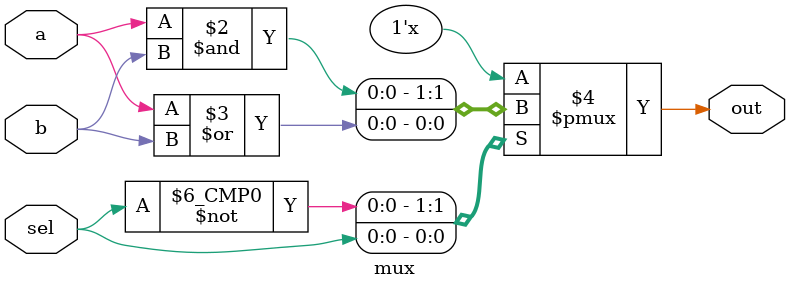
<source format=v>

module mux(a, b, sel, out
        );
    input wire a, b, sel;
    output reg out;

always @* 
begin
    case (sel)
        0: out=a&b;
        1: out=a|b;
    endcase
end

endmodule

</source>
